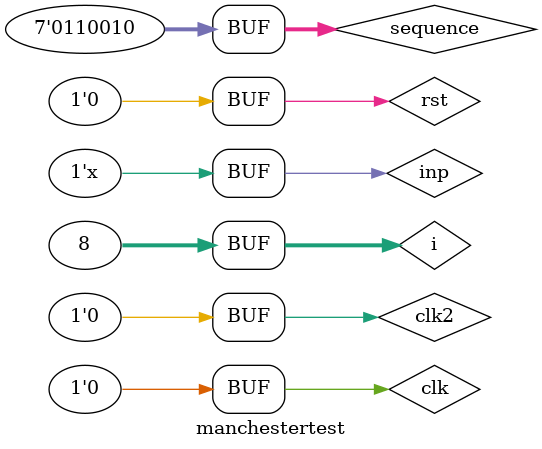
<source format=v>
module manchestertest();
reg clk, clk2, rst, inp;		//Port definition
wire outp;
reg [6:0] sequence;			//For the internal 7-bits
integer i;
manchester dut(inp,outp, clk, rst);		//Calling the instance
initial begin
clk = 1; clk2=0; rst = 1; #2 clk = 0; 
 end
initial begin
#5 rst = 0;
sequence = 7'b0110010;		//For Manchestor transition of seven times
for (i=0; i<=7; i=i+1) begin
inp = sequence[i];			//All the input bits
#2 clk = 1; clk2 =1; #2 clk = 0;
#2 clk = 1; clk2= 0; #2 clk = 0;
end end endmodule 
</source>
